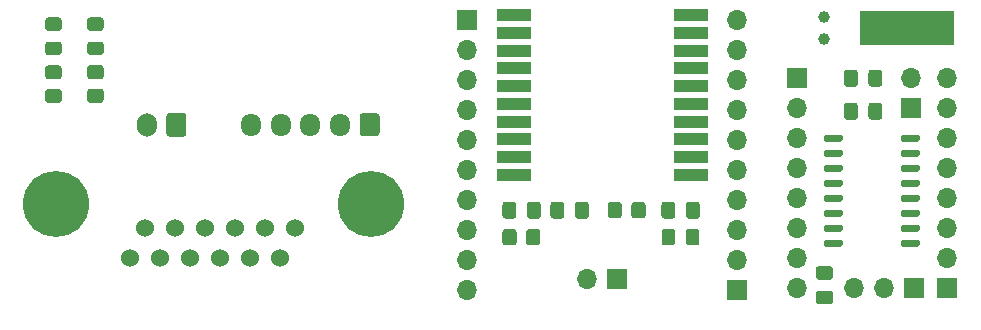
<source format=gts>
G04 #@! TF.GenerationSoftware,KiCad,Pcbnew,5.1.9+dfsg1-1*
G04 #@! TF.CreationDate,2022-11-10T15:58:18+09:00*
G04 #@! TF.ProjectId,adapter-board,61646170-7465-4722-9d62-6f6172642e6b,rev?*
G04 #@! TF.SameCoordinates,Original*
G04 #@! TF.FileFunction,Soldermask,Top*
G04 #@! TF.FilePolarity,Negative*
%FSLAX46Y46*%
G04 Gerber Fmt 4.6, Leading zero omitted, Abs format (unit mm)*
G04 Created by KiCad (PCBNEW 5.1.9+dfsg1-1) date 2022-11-10 15:58:18*
%MOMM*%
%LPD*%
G01*
G04 APERTURE LIST*
%ADD10C,5.600000*%
%ADD11C,1.524000*%
%ADD12R,1.700000X1.700000*%
%ADD13O,1.700000X1.700000*%
%ADD14R,3.000000X1.000000*%
%ADD15O,1.700000X2.000000*%
%ADD16O,1.700000X1.950000*%
%ADD17C,1.000000*%
%ADD18R,8.000000X3.000000*%
G04 APERTURE END LIST*
D10*
X113792000Y-83820000D03*
X87122000Y-83820000D03*
D11*
X107315000Y-85852000D03*
X104775000Y-85852000D03*
X102235000Y-85852000D03*
X99695000Y-85852000D03*
X97155000Y-85852000D03*
X94615000Y-85852000D03*
X106045000Y-88392000D03*
X103505000Y-88392000D03*
X100965000Y-88392000D03*
X98425000Y-88392000D03*
X95885000Y-88392000D03*
X93345000Y-88392000D03*
D12*
X121920000Y-68199000D03*
D13*
X121920000Y-70739000D03*
X121920000Y-73279000D03*
X121920000Y-75819000D03*
X121920000Y-78359000D03*
X121920000Y-80899000D03*
X121920000Y-83439000D03*
X121920000Y-85979000D03*
X121920000Y-88519000D03*
X121920000Y-91059000D03*
D12*
X149860000Y-73152000D03*
D13*
X149860000Y-75692000D03*
X149860000Y-78232000D03*
X149860000Y-80772000D03*
X149860000Y-83312000D03*
X149860000Y-85852000D03*
X149860000Y-88392000D03*
X149860000Y-90932000D03*
D14*
X125850000Y-67818000D03*
X125850000Y-69318000D03*
X125850000Y-70818000D03*
X125850000Y-72318000D03*
X125850000Y-73818000D03*
X125850000Y-75318000D03*
X125850000Y-76818000D03*
X125850000Y-78318000D03*
X125850000Y-79818000D03*
X125850000Y-81318000D03*
X140850000Y-81318000D03*
X140850000Y-79818000D03*
X140850000Y-78318000D03*
X140850000Y-76818000D03*
X140850000Y-75318000D03*
X140850000Y-73818000D03*
X140850000Y-72318000D03*
X140850000Y-70818000D03*
X140850000Y-69318000D03*
X140850000Y-67818000D03*
G36*
G01*
X152108000Y-78382000D02*
X152108000Y-78082000D01*
G75*
G02*
X152258000Y-77932000I150000J0D01*
G01*
X153558000Y-77932000D01*
G75*
G02*
X153708000Y-78082000I0J-150000D01*
G01*
X153708000Y-78382000D01*
G75*
G02*
X153558000Y-78532000I-150000J0D01*
G01*
X152258000Y-78532000D01*
G75*
G02*
X152108000Y-78382000I0J150000D01*
G01*
G37*
G36*
G01*
X152108000Y-79652000D02*
X152108000Y-79352000D01*
G75*
G02*
X152258000Y-79202000I150000J0D01*
G01*
X153558000Y-79202000D01*
G75*
G02*
X153708000Y-79352000I0J-150000D01*
G01*
X153708000Y-79652000D01*
G75*
G02*
X153558000Y-79802000I-150000J0D01*
G01*
X152258000Y-79802000D01*
G75*
G02*
X152108000Y-79652000I0J150000D01*
G01*
G37*
G36*
G01*
X152108000Y-80922000D02*
X152108000Y-80622000D01*
G75*
G02*
X152258000Y-80472000I150000J0D01*
G01*
X153558000Y-80472000D01*
G75*
G02*
X153708000Y-80622000I0J-150000D01*
G01*
X153708000Y-80922000D01*
G75*
G02*
X153558000Y-81072000I-150000J0D01*
G01*
X152258000Y-81072000D01*
G75*
G02*
X152108000Y-80922000I0J150000D01*
G01*
G37*
G36*
G01*
X152108000Y-82192000D02*
X152108000Y-81892000D01*
G75*
G02*
X152258000Y-81742000I150000J0D01*
G01*
X153558000Y-81742000D01*
G75*
G02*
X153708000Y-81892000I0J-150000D01*
G01*
X153708000Y-82192000D01*
G75*
G02*
X153558000Y-82342000I-150000J0D01*
G01*
X152258000Y-82342000D01*
G75*
G02*
X152108000Y-82192000I0J150000D01*
G01*
G37*
G36*
G01*
X152108000Y-83462000D02*
X152108000Y-83162000D01*
G75*
G02*
X152258000Y-83012000I150000J0D01*
G01*
X153558000Y-83012000D01*
G75*
G02*
X153708000Y-83162000I0J-150000D01*
G01*
X153708000Y-83462000D01*
G75*
G02*
X153558000Y-83612000I-150000J0D01*
G01*
X152258000Y-83612000D01*
G75*
G02*
X152108000Y-83462000I0J150000D01*
G01*
G37*
G36*
G01*
X152108000Y-84732000D02*
X152108000Y-84432000D01*
G75*
G02*
X152258000Y-84282000I150000J0D01*
G01*
X153558000Y-84282000D01*
G75*
G02*
X153708000Y-84432000I0J-150000D01*
G01*
X153708000Y-84732000D01*
G75*
G02*
X153558000Y-84882000I-150000J0D01*
G01*
X152258000Y-84882000D01*
G75*
G02*
X152108000Y-84732000I0J150000D01*
G01*
G37*
G36*
G01*
X152108000Y-86002000D02*
X152108000Y-85702000D01*
G75*
G02*
X152258000Y-85552000I150000J0D01*
G01*
X153558000Y-85552000D01*
G75*
G02*
X153708000Y-85702000I0J-150000D01*
G01*
X153708000Y-86002000D01*
G75*
G02*
X153558000Y-86152000I-150000J0D01*
G01*
X152258000Y-86152000D01*
G75*
G02*
X152108000Y-86002000I0J150000D01*
G01*
G37*
G36*
G01*
X152108000Y-87272000D02*
X152108000Y-86972000D01*
G75*
G02*
X152258000Y-86822000I150000J0D01*
G01*
X153558000Y-86822000D01*
G75*
G02*
X153708000Y-86972000I0J-150000D01*
G01*
X153708000Y-87272000D01*
G75*
G02*
X153558000Y-87422000I-150000J0D01*
G01*
X152258000Y-87422000D01*
G75*
G02*
X152108000Y-87272000I0J150000D01*
G01*
G37*
G36*
G01*
X158608000Y-87272000D02*
X158608000Y-86972000D01*
G75*
G02*
X158758000Y-86822000I150000J0D01*
G01*
X160058000Y-86822000D01*
G75*
G02*
X160208000Y-86972000I0J-150000D01*
G01*
X160208000Y-87272000D01*
G75*
G02*
X160058000Y-87422000I-150000J0D01*
G01*
X158758000Y-87422000D01*
G75*
G02*
X158608000Y-87272000I0J150000D01*
G01*
G37*
G36*
G01*
X158608000Y-86002000D02*
X158608000Y-85702000D01*
G75*
G02*
X158758000Y-85552000I150000J0D01*
G01*
X160058000Y-85552000D01*
G75*
G02*
X160208000Y-85702000I0J-150000D01*
G01*
X160208000Y-86002000D01*
G75*
G02*
X160058000Y-86152000I-150000J0D01*
G01*
X158758000Y-86152000D01*
G75*
G02*
X158608000Y-86002000I0J150000D01*
G01*
G37*
G36*
G01*
X158608000Y-84732000D02*
X158608000Y-84432000D01*
G75*
G02*
X158758000Y-84282000I150000J0D01*
G01*
X160058000Y-84282000D01*
G75*
G02*
X160208000Y-84432000I0J-150000D01*
G01*
X160208000Y-84732000D01*
G75*
G02*
X160058000Y-84882000I-150000J0D01*
G01*
X158758000Y-84882000D01*
G75*
G02*
X158608000Y-84732000I0J150000D01*
G01*
G37*
G36*
G01*
X158608000Y-83462000D02*
X158608000Y-83162000D01*
G75*
G02*
X158758000Y-83012000I150000J0D01*
G01*
X160058000Y-83012000D01*
G75*
G02*
X160208000Y-83162000I0J-150000D01*
G01*
X160208000Y-83462000D01*
G75*
G02*
X160058000Y-83612000I-150000J0D01*
G01*
X158758000Y-83612000D01*
G75*
G02*
X158608000Y-83462000I0J150000D01*
G01*
G37*
G36*
G01*
X158608000Y-82192000D02*
X158608000Y-81892000D01*
G75*
G02*
X158758000Y-81742000I150000J0D01*
G01*
X160058000Y-81742000D01*
G75*
G02*
X160208000Y-81892000I0J-150000D01*
G01*
X160208000Y-82192000D01*
G75*
G02*
X160058000Y-82342000I-150000J0D01*
G01*
X158758000Y-82342000D01*
G75*
G02*
X158608000Y-82192000I0J150000D01*
G01*
G37*
G36*
G01*
X158608000Y-80922000D02*
X158608000Y-80622000D01*
G75*
G02*
X158758000Y-80472000I150000J0D01*
G01*
X160058000Y-80472000D01*
G75*
G02*
X160208000Y-80622000I0J-150000D01*
G01*
X160208000Y-80922000D01*
G75*
G02*
X160058000Y-81072000I-150000J0D01*
G01*
X158758000Y-81072000D01*
G75*
G02*
X158608000Y-80922000I0J150000D01*
G01*
G37*
G36*
G01*
X158608000Y-79652000D02*
X158608000Y-79352000D01*
G75*
G02*
X158758000Y-79202000I150000J0D01*
G01*
X160058000Y-79202000D01*
G75*
G02*
X160208000Y-79352000I0J-150000D01*
G01*
X160208000Y-79652000D01*
G75*
G02*
X160058000Y-79802000I-150000J0D01*
G01*
X158758000Y-79802000D01*
G75*
G02*
X158608000Y-79652000I0J150000D01*
G01*
G37*
G36*
G01*
X158608000Y-78382000D02*
X158608000Y-78082000D01*
G75*
G02*
X158758000Y-77932000I150000J0D01*
G01*
X160058000Y-77932000D01*
G75*
G02*
X160208000Y-78082000I0J-150000D01*
G01*
X160208000Y-78382000D01*
G75*
G02*
X160058000Y-78532000I-150000J0D01*
G01*
X158758000Y-78532000D01*
G75*
G02*
X158608000Y-78382000I0J150000D01*
G01*
G37*
D13*
X144780000Y-68199000D03*
X144780000Y-70739000D03*
X144780000Y-73279000D03*
X144780000Y-75819000D03*
X144780000Y-78359000D03*
X144780000Y-80899000D03*
X144780000Y-83439000D03*
X144780000Y-85979000D03*
X144780000Y-88519000D03*
D12*
X144780000Y-91059000D03*
D13*
X162560000Y-73152000D03*
X162560000Y-75692000D03*
X162560000Y-78232000D03*
X162560000Y-80772000D03*
X162560000Y-83312000D03*
X162560000Y-85852000D03*
X162560000Y-88392000D03*
D12*
X162560000Y-90932000D03*
G36*
G01*
X86417999Y-70055000D02*
X87318001Y-70055000D01*
G75*
G02*
X87568000Y-70304999I0J-249999D01*
G01*
X87568000Y-70955001D01*
G75*
G02*
X87318001Y-71205000I-249999J0D01*
G01*
X86417999Y-71205000D01*
G75*
G02*
X86168000Y-70955001I0J249999D01*
G01*
X86168000Y-70304999D01*
G75*
G02*
X86417999Y-70055000I249999J0D01*
G01*
G37*
G36*
G01*
X86417999Y-68005000D02*
X87318001Y-68005000D01*
G75*
G02*
X87568000Y-68254999I0J-249999D01*
G01*
X87568000Y-68905001D01*
G75*
G02*
X87318001Y-69155000I-249999J0D01*
G01*
X86417999Y-69155000D01*
G75*
G02*
X86168000Y-68905001I0J249999D01*
G01*
X86168000Y-68254999D01*
G75*
G02*
X86417999Y-68005000I249999J0D01*
G01*
G37*
G36*
G01*
X89973999Y-67996000D02*
X90874001Y-67996000D01*
G75*
G02*
X91124000Y-68245999I0J-249999D01*
G01*
X91124000Y-68896001D01*
G75*
G02*
X90874001Y-69146000I-249999J0D01*
G01*
X89973999Y-69146000D01*
G75*
G02*
X89724000Y-68896001I0J249999D01*
G01*
X89724000Y-68245999D01*
G75*
G02*
X89973999Y-67996000I249999J0D01*
G01*
G37*
G36*
G01*
X89973999Y-70046000D02*
X90874001Y-70046000D01*
G75*
G02*
X91124000Y-70295999I0J-249999D01*
G01*
X91124000Y-70946001D01*
G75*
G02*
X90874001Y-71196000I-249999J0D01*
G01*
X89973999Y-71196000D01*
G75*
G02*
X89724000Y-70946001I0J249999D01*
G01*
X89724000Y-70295999D01*
G75*
G02*
X89973999Y-70046000I249999J0D01*
G01*
G37*
G36*
G01*
X98132000Y-76339000D02*
X98132000Y-77839000D01*
G75*
G02*
X97882000Y-78089000I-250000J0D01*
G01*
X96682000Y-78089000D01*
G75*
G02*
X96432000Y-77839000I0J250000D01*
G01*
X96432000Y-76339000D01*
G75*
G02*
X96682000Y-76089000I250000J0D01*
G01*
X97882000Y-76089000D01*
G75*
G02*
X98132000Y-76339000I0J-250000D01*
G01*
G37*
D15*
X94782000Y-77089000D03*
G36*
G01*
X114482000Y-76364000D02*
X114482000Y-77814000D01*
G75*
G02*
X114232000Y-78064000I-250000J0D01*
G01*
X113032000Y-78064000D01*
G75*
G02*
X112782000Y-77814000I0J250000D01*
G01*
X112782000Y-76364000D01*
G75*
G02*
X113032000Y-76114000I250000J0D01*
G01*
X114232000Y-76114000D01*
G75*
G02*
X114482000Y-76364000I0J-250000D01*
G01*
G37*
D16*
X111132000Y-77089000D03*
X108632000Y-77089000D03*
X106132000Y-77089000D03*
X103632000Y-77089000D03*
G36*
G01*
X86417999Y-74060000D02*
X87318001Y-74060000D01*
G75*
G02*
X87568000Y-74309999I0J-249999D01*
G01*
X87568000Y-75010001D01*
G75*
G02*
X87318001Y-75260000I-249999J0D01*
G01*
X86417999Y-75260000D01*
G75*
G02*
X86168000Y-75010001I0J249999D01*
G01*
X86168000Y-74309999D01*
G75*
G02*
X86417999Y-74060000I249999J0D01*
G01*
G37*
G36*
G01*
X86417999Y-72060000D02*
X87318001Y-72060000D01*
G75*
G02*
X87568000Y-72309999I0J-249999D01*
G01*
X87568000Y-73010001D01*
G75*
G02*
X87318001Y-73260000I-249999J0D01*
G01*
X86417999Y-73260000D01*
G75*
G02*
X86168000Y-73010001I0J249999D01*
G01*
X86168000Y-72309999D01*
G75*
G02*
X86417999Y-72060000I249999J0D01*
G01*
G37*
G36*
G01*
X89973999Y-72044000D02*
X90874001Y-72044000D01*
G75*
G02*
X91124000Y-72293999I0J-249999D01*
G01*
X91124000Y-72994001D01*
G75*
G02*
X90874001Y-73244000I-249999J0D01*
G01*
X89973999Y-73244000D01*
G75*
G02*
X89724000Y-72994001I0J249999D01*
G01*
X89724000Y-72293999D01*
G75*
G02*
X89973999Y-72044000I249999J0D01*
G01*
G37*
G36*
G01*
X89973999Y-74044000D02*
X90874001Y-74044000D01*
G75*
G02*
X91124000Y-74293999I0J-249999D01*
G01*
X91124000Y-74994001D01*
G75*
G02*
X90874001Y-75244000I-249999J0D01*
G01*
X89973999Y-75244000D01*
G75*
G02*
X89724000Y-74994001I0J249999D01*
G01*
X89724000Y-74293999D01*
G75*
G02*
X89973999Y-74044000I249999J0D01*
G01*
G37*
G36*
G01*
X153801500Y-73627000D02*
X153801500Y-72677000D01*
G75*
G02*
X154051500Y-72427000I250000J0D01*
G01*
X154726500Y-72427000D01*
G75*
G02*
X154976500Y-72677000I0J-250000D01*
G01*
X154976500Y-73627000D01*
G75*
G02*
X154726500Y-73877000I-250000J0D01*
G01*
X154051500Y-73877000D01*
G75*
G02*
X153801500Y-73627000I0J250000D01*
G01*
G37*
G36*
G01*
X155876500Y-73627000D02*
X155876500Y-72677000D01*
G75*
G02*
X156126500Y-72427000I250000J0D01*
G01*
X156801500Y-72427000D01*
G75*
G02*
X157051500Y-72677000I0J-250000D01*
G01*
X157051500Y-73627000D01*
G75*
G02*
X156801500Y-73877000I-250000J0D01*
G01*
X156126500Y-73877000D01*
G75*
G02*
X155876500Y-73627000I0J250000D01*
G01*
G37*
G36*
G01*
X155876500Y-76421000D02*
X155876500Y-75471000D01*
G75*
G02*
X156126500Y-75221000I250000J0D01*
G01*
X156801500Y-75221000D01*
G75*
G02*
X157051500Y-75471000I0J-250000D01*
G01*
X157051500Y-76421000D01*
G75*
G02*
X156801500Y-76671000I-250000J0D01*
G01*
X156126500Y-76671000D01*
G75*
G02*
X155876500Y-76421000I0J250000D01*
G01*
G37*
G36*
G01*
X153801500Y-76421000D02*
X153801500Y-75471000D01*
G75*
G02*
X154051500Y-75221000I250000J0D01*
G01*
X154726500Y-75221000D01*
G75*
G02*
X154976500Y-75471000I0J-250000D01*
G01*
X154976500Y-76421000D01*
G75*
G02*
X154726500Y-76671000I-250000J0D01*
G01*
X154051500Y-76671000D01*
G75*
G02*
X153801500Y-76421000I0J250000D01*
G01*
G37*
D17*
X152146000Y-69850000D03*
X152146000Y-67950000D03*
D18*
X159146000Y-68900000D03*
G36*
G01*
X152621000Y-92303000D02*
X151671000Y-92303000D01*
G75*
G02*
X151421000Y-92053000I0J250000D01*
G01*
X151421000Y-91378000D01*
G75*
G02*
X151671000Y-91128000I250000J0D01*
G01*
X152621000Y-91128000D01*
G75*
G02*
X152871000Y-91378000I0J-250000D01*
G01*
X152871000Y-92053000D01*
G75*
G02*
X152621000Y-92303000I-250000J0D01*
G01*
G37*
G36*
G01*
X152621000Y-90228000D02*
X151671000Y-90228000D01*
G75*
G02*
X151421000Y-89978000I0J250000D01*
G01*
X151421000Y-89303000D01*
G75*
G02*
X151671000Y-89053000I250000J0D01*
G01*
X152621000Y-89053000D01*
G75*
G02*
X152871000Y-89303000I0J-250000D01*
G01*
X152871000Y-89978000D01*
G75*
G02*
X152621000Y-90228000I-250000J0D01*
G01*
G37*
D12*
X159512000Y-75692000D03*
D13*
X159512000Y-73152000D03*
D12*
X159766000Y-90932000D03*
D13*
X157226000Y-90932000D03*
X154686000Y-90932000D03*
G36*
G01*
X130127500Y-83853000D02*
X130127500Y-84803000D01*
G75*
G02*
X129877500Y-85053000I-250000J0D01*
G01*
X129202500Y-85053000D01*
G75*
G02*
X128952500Y-84803000I0J250000D01*
G01*
X128952500Y-83853000D01*
G75*
G02*
X129202500Y-83603000I250000J0D01*
G01*
X129877500Y-83603000D01*
G75*
G02*
X130127500Y-83853000I0J-250000D01*
G01*
G37*
G36*
G01*
X132202500Y-83853000D02*
X132202500Y-84803000D01*
G75*
G02*
X131952500Y-85053000I-250000J0D01*
G01*
X131277500Y-85053000D01*
G75*
G02*
X131027500Y-84803000I0J250000D01*
G01*
X131027500Y-83853000D01*
G75*
G02*
X131277500Y-83603000I250000J0D01*
G01*
X131952500Y-83603000D01*
G75*
G02*
X132202500Y-83853000I0J-250000D01*
G01*
G37*
G36*
G01*
X124888500Y-84803000D02*
X124888500Y-83853000D01*
G75*
G02*
X125138500Y-83603000I250000J0D01*
G01*
X125813500Y-83603000D01*
G75*
G02*
X126063500Y-83853000I0J-250000D01*
G01*
X126063500Y-84803000D01*
G75*
G02*
X125813500Y-85053000I-250000J0D01*
G01*
X125138500Y-85053000D01*
G75*
G02*
X124888500Y-84803000I0J250000D01*
G01*
G37*
G36*
G01*
X126963500Y-84803000D02*
X126963500Y-83853000D01*
G75*
G02*
X127213500Y-83603000I250000J0D01*
G01*
X127888500Y-83603000D01*
G75*
G02*
X128138500Y-83853000I0J-250000D01*
G01*
X128138500Y-84803000D01*
G75*
G02*
X127888500Y-85053000I-250000J0D01*
G01*
X127213500Y-85053000D01*
G75*
G02*
X126963500Y-84803000I0J250000D01*
G01*
G37*
G36*
G01*
X124876000Y-87064001D02*
X124876000Y-86163999D01*
G75*
G02*
X125125999Y-85914000I249999J0D01*
G01*
X125826001Y-85914000D01*
G75*
G02*
X126076000Y-86163999I0J-249999D01*
G01*
X126076000Y-87064001D01*
G75*
G02*
X125826001Y-87314000I-249999J0D01*
G01*
X125125999Y-87314000D01*
G75*
G02*
X124876000Y-87064001I0J249999D01*
G01*
G37*
G36*
G01*
X126876000Y-87064001D02*
X126876000Y-86163999D01*
G75*
G02*
X127125999Y-85914000I249999J0D01*
G01*
X127826001Y-85914000D01*
G75*
G02*
X128076000Y-86163999I0J-249999D01*
G01*
X128076000Y-87064001D01*
G75*
G02*
X127826001Y-87314000I-249999J0D01*
G01*
X127125999Y-87314000D01*
G75*
G02*
X126876000Y-87064001I0J249999D01*
G01*
G37*
G36*
G01*
X138350500Y-84803000D02*
X138350500Y-83853000D01*
G75*
G02*
X138600500Y-83603000I250000J0D01*
G01*
X139275500Y-83603000D01*
G75*
G02*
X139525500Y-83853000I0J-250000D01*
G01*
X139525500Y-84803000D01*
G75*
G02*
X139275500Y-85053000I-250000J0D01*
G01*
X138600500Y-85053000D01*
G75*
G02*
X138350500Y-84803000I0J250000D01*
G01*
G37*
G36*
G01*
X140425500Y-84803000D02*
X140425500Y-83853000D01*
G75*
G02*
X140675500Y-83603000I250000J0D01*
G01*
X141350500Y-83603000D01*
G75*
G02*
X141600500Y-83853000I0J-250000D01*
G01*
X141600500Y-84803000D01*
G75*
G02*
X141350500Y-85053000I-250000J0D01*
G01*
X140675500Y-85053000D01*
G75*
G02*
X140425500Y-84803000I0J250000D01*
G01*
G37*
G36*
G01*
X141563000Y-86163999D02*
X141563000Y-87064001D01*
G75*
G02*
X141313001Y-87314000I-249999J0D01*
G01*
X140662999Y-87314000D01*
G75*
G02*
X140413000Y-87064001I0J249999D01*
G01*
X140413000Y-86163999D01*
G75*
G02*
X140662999Y-85914000I249999J0D01*
G01*
X141313001Y-85914000D01*
G75*
G02*
X141563000Y-86163999I0J-249999D01*
G01*
G37*
G36*
G01*
X139513000Y-86163999D02*
X139513000Y-87064001D01*
G75*
G02*
X139263001Y-87314000I-249999J0D01*
G01*
X138612999Y-87314000D01*
G75*
G02*
X138363000Y-87064001I0J249999D01*
G01*
X138363000Y-86163999D01*
G75*
G02*
X138612999Y-85914000I249999J0D01*
G01*
X139263001Y-85914000D01*
G75*
G02*
X139513000Y-86163999I0J-249999D01*
G01*
G37*
D12*
X134620000Y-90170000D03*
D13*
X132080000Y-90170000D03*
G36*
G01*
X133798000Y-84778001D02*
X133798000Y-83877999D01*
G75*
G02*
X134047999Y-83628000I249999J0D01*
G01*
X134748001Y-83628000D01*
G75*
G02*
X134998000Y-83877999I0J-249999D01*
G01*
X134998000Y-84778001D01*
G75*
G02*
X134748001Y-85028000I-249999J0D01*
G01*
X134047999Y-85028000D01*
G75*
G02*
X133798000Y-84778001I0J249999D01*
G01*
G37*
G36*
G01*
X135798000Y-84778001D02*
X135798000Y-83877999D01*
G75*
G02*
X136047999Y-83628000I249999J0D01*
G01*
X136748001Y-83628000D01*
G75*
G02*
X136998000Y-83877999I0J-249999D01*
G01*
X136998000Y-84778001D01*
G75*
G02*
X136748001Y-85028000I-249999J0D01*
G01*
X136047999Y-85028000D01*
G75*
G02*
X135798000Y-84778001I0J249999D01*
G01*
G37*
M02*

</source>
